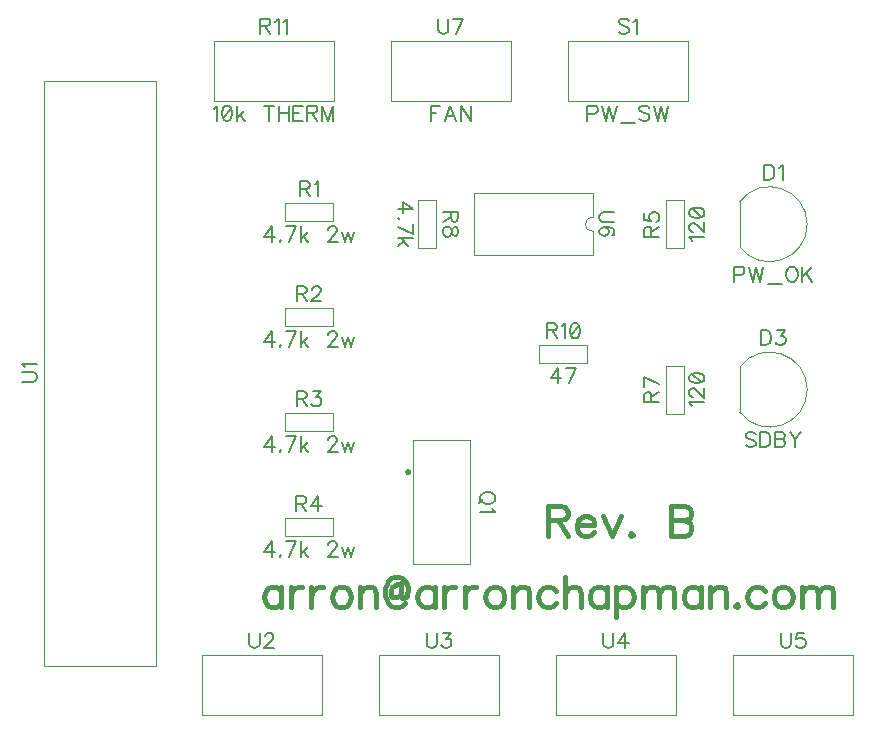
<source format=gbr>
%TF.GenerationSoftware,Novarm,DipTrace,4.0.0.5*%
%TF.CreationDate,2022-05-21T16:57:30-06:00*%
%FSLAX26Y26*%
%MOIN*%
%TF.FileFunction,Legend,Top*%
%TF.Part,Single*%
%ADD10C,0.004724*%
%ADD55C,0.00772*%
%ADD56C,0.015439*%
G75*
G01*
%LPD*%
X2852762Y2051046D2*
D10*
Y2200923D1*
X2852987Y2050747D2*
G03X2852987Y2201222I99796J75238D01*
G01*
X2852762Y1499865D2*
Y1649741D1*
X2852987Y1499566D2*
G03X2852987Y1650041I99796J75238D01*
G01*
X1955000Y1406496D2*
X1764843D1*
Y991929D1*
X1955000D1*
Y1406496D1*
G36*
X1747913Y1309055D2*
X1749198Y1308971D1*
X1750461Y1308720D1*
X1751680Y1308306D1*
X1752835Y1307736D1*
X1753905Y1307021D1*
X1754873Y1306172D1*
X1755722Y1305204D1*
X1756437Y1304134D1*
X1757007Y1302979D1*
X1757421Y1301760D1*
X1757672Y1300497D1*
X1757756Y1299213D1*
X1757672Y1297928D1*
X1757421Y1296665D1*
X1757007Y1295446D1*
X1756437Y1294291D1*
X1755722Y1293221D1*
X1754873Y1292253D1*
X1753905Y1291404D1*
X1752835Y1290689D1*
X1751680Y1290119D1*
X1750461Y1289705D1*
X1749198Y1289454D1*
X1747913Y1289370D1*
D1*
X1746629Y1289454D1*
X1745366Y1289705D1*
X1744147Y1290119D1*
X1742992Y1290689D1*
X1741922Y1291404D1*
X1740954Y1292253D1*
X1740105Y1293221D1*
X1739390Y1294291D1*
X1738820Y1295446D1*
X1738406Y1296665D1*
X1738155Y1297928D1*
X1738071Y1299213D1*
X1738155Y1300497D1*
X1738406Y1301760D1*
X1738820Y1302979D1*
X1739390Y1304134D1*
X1740105Y1305204D1*
X1740954Y1306172D1*
X1741922Y1307021D1*
X1742992Y1307736D1*
X1744147Y1308306D1*
X1745366Y1308720D1*
X1746629Y1308971D1*
X1747913Y1309055D1*
D1*
G37*
X1497472Y2135354D2*
D10*
Y2195354D1*
X1337173Y2135354D2*
X1497472D1*
X1337173D2*
Y2195354D1*
X1497472D1*
Y1785354D2*
Y1845354D1*
X1337173Y1785354D2*
X1497472D1*
X1337173D2*
Y1845354D1*
X1497472D1*
Y1435354D2*
Y1495354D1*
X1337173Y1435354D2*
X1497472D1*
X1337173D2*
Y1495354D1*
X1497472D1*
Y1085354D2*
Y1145354D1*
X1337173Y1085354D2*
X1497472D1*
X1337173D2*
Y1145354D1*
X1497472D1*
X2667795Y2206134D2*
X2607795D1*
X2667795Y2045835D2*
Y2206134D1*
Y2045835D2*
X2607795D1*
Y2206134D1*
X2667795Y1654953D2*
X2607795D1*
X2667795Y1494654D2*
Y1654953D1*
Y1494654D2*
X2607795D1*
Y1654953D1*
X1781024Y2045835D2*
X1841024D1*
X1781024Y2206134D2*
Y2045835D1*
Y2206134D2*
X1841024D1*
Y2045835D1*
X2345331Y1662680D2*
Y1722680D1*
X2185031Y1662680D2*
X2345331D1*
X2185031D2*
Y1722680D1*
X2345331D1*
X1099213Y2537795D2*
Y2737795D1*
X1499213D1*
Y2537795D1*
X1099213D1*
X2280315D2*
Y2737795D1*
X2680315D1*
Y2537795D1*
X2280315D1*
X533661Y653571D2*
Y2603621D1*
X908646Y653571D2*
Y2603621D1*
X533661Y653571D2*
X908646D1*
X533661Y2603621D2*
X908646D1*
X1059843Y490551D2*
Y690551D1*
X1459843D1*
Y490551D1*
X1059843D1*
X1650394D2*
Y690551D1*
X2050394D1*
Y490551D1*
X1650394D1*
X2240945D2*
Y690551D1*
X2640945D1*
Y490551D1*
X2240945D1*
X2831496D2*
Y690551D1*
X3231496D1*
Y490551D1*
X2831496D1*
X2362205Y2023618D2*
X1968504D1*
Y2228350D2*
Y2023618D1*
X2362205Y2228350D2*
X1968504D1*
X2362205D2*
Y2149610D1*
Y2023618D2*
Y2102358D1*
Y2149610D2*
G03X2362205Y2102358I4J-23626D01*
G01*
X1689764Y2537795D2*
Y2737795D1*
X2089764D1*
Y2537795D1*
X1689764D1*
X1324932Y916841D2*
D56*
Y849855D1*
Y902471D2*
X1315426Y912088D1*
X1305809Y916841D1*
X1291549D1*
X1281932Y912088D1*
X1272426Y902471D1*
X1267562Y888101D1*
Y878595D1*
X1272426Y864225D1*
X1281932Y854718D1*
X1291549Y849855D1*
X1305809D1*
X1315426Y854718D1*
X1324932Y864225D1*
X1355810Y916841D2*
Y849855D1*
Y888101D2*
X1360674Y902471D1*
X1370180Y912088D1*
X1379797Y916841D1*
X1394167D1*
X1425046D2*
Y849855D1*
Y888101D2*
X1429910Y902471D1*
X1439416Y912088D1*
X1449033Y916841D1*
X1463403D1*
X1518158D2*
X1508652Y912088D1*
X1499035Y902471D1*
X1494282Y888101D1*
Y878595D1*
X1499035Y864225D1*
X1508652Y854718D1*
X1518158Y849855D1*
X1532528D1*
X1542145Y854718D1*
X1551651Y864225D1*
X1556515Y878595D1*
Y888101D1*
X1551651Y902471D1*
X1542145Y912088D1*
X1532528Y916841D1*
X1518158D1*
X1587393D2*
Y849855D1*
Y897718D2*
X1601764Y912088D1*
X1611380Y916841D1*
X1625640D1*
X1635257Y912088D1*
X1640010Y897718D1*
Y849855D1*
X1723505Y926348D2*
X1709135D1*
X1699629Y921594D1*
X1694765Y916841D1*
X1690012Y907224D1*
Y888101D1*
X1694765Y883348D1*
X1704382D1*
X1723505Y888101D1*
X1728258Y878595D1*
X1733012D1*
X1742628Y888101D1*
X1747382Y911978D1*
X1742628Y926348D1*
X1737875Y935965D1*
X1728258Y945471D1*
X1718752Y950224D1*
X1699629D1*
X1690012Y945471D1*
X1680505Y935965D1*
X1675642Y926348D1*
X1670889Y911978D1*
Y888101D1*
X1675642Y873731D1*
X1680505Y864225D1*
X1690012Y854608D1*
X1699629Y849855D1*
X1718752D1*
X1728258Y854608D1*
X1737875Y864225D1*
X1723505Y931101D2*
Y888101D1*
X1835630Y916841D2*
Y849855D1*
Y902471D2*
X1826124Y912088D1*
X1816507Y916841D1*
X1802247D1*
X1792630Y912088D1*
X1783124Y902471D1*
X1778260Y888101D1*
Y878595D1*
X1783124Y864225D1*
X1792630Y854718D1*
X1802247Y849855D1*
X1816507D1*
X1826124Y854718D1*
X1835630Y864225D1*
X1866508Y916841D2*
Y849855D1*
Y888101D2*
X1871372Y902471D1*
X1880878Y912088D1*
X1890495Y916841D1*
X1904865D1*
X1935744D2*
Y849855D1*
Y888101D2*
X1940608Y902471D1*
X1950114Y912088D1*
X1959731Y916841D1*
X1974101D1*
X2028856D2*
X2019350Y912088D1*
X2009733Y902471D1*
X2004979Y888101D1*
Y878595D1*
X2009733Y864225D1*
X2019350Y854718D1*
X2028856Y849855D1*
X2043226D1*
X2052843Y854718D1*
X2062349Y864225D1*
X2067213Y878595D1*
Y888101D1*
X2062349Y902471D1*
X2052843Y912088D1*
X2043226Y916841D1*
X2028856D1*
X2098091D2*
Y849855D1*
Y897718D2*
X2112462Y912088D1*
X2122078Y916841D1*
X2136338D1*
X2145955Y912088D1*
X2150708Y897718D1*
Y849855D1*
X2239067Y902471D2*
X2229450Y912088D1*
X2219833Y916841D1*
X2205574D1*
X2195957Y912088D1*
X2186450Y902471D1*
X2181587Y888101D1*
Y878595D1*
X2186450Y864225D1*
X2195957Y854718D1*
X2205574Y849855D1*
X2219833D1*
X2229450Y854718D1*
X2239067Y864225D1*
X2269945Y950335D2*
Y849855D1*
Y897718D2*
X2284315Y912088D1*
X2293932Y916841D1*
X2308302D1*
X2317809Y912088D1*
X2322562Y897718D1*
Y849855D1*
X2410810Y916841D2*
Y849855D1*
Y902471D2*
X2401304Y912088D1*
X2391687Y916841D1*
X2377427D1*
X2367811Y912088D1*
X2358304Y902471D1*
X2353440Y888101D1*
Y878595D1*
X2358304Y864225D1*
X2367811Y854718D1*
X2377427Y849855D1*
X2391687D1*
X2401304Y854718D1*
X2410810Y864225D1*
X2441689Y916841D2*
Y816361D1*
Y902471D2*
X2451306Y911978D1*
X2460812Y916841D1*
X2475182D1*
X2484799Y911978D1*
X2494305Y902471D1*
X2499169Y888101D1*
Y878484D1*
X2494305Y864225D1*
X2484799Y854608D1*
X2475182Y849855D1*
X2460812D1*
X2451306Y854608D1*
X2441689Y864225D1*
X2530048Y916841D2*
Y849855D1*
Y897718D2*
X2544418Y912088D1*
X2554035Y916841D1*
X2568294D1*
X2577911Y912088D1*
X2582664Y897718D1*
Y849855D1*
Y897718D2*
X2597034Y912088D1*
X2606651Y916841D1*
X2620911D1*
X2630528Y912088D1*
X2635391Y897718D1*
Y849855D1*
X2723640Y916841D2*
Y849855D1*
Y902471D2*
X2714133Y912088D1*
X2704516Y916841D1*
X2690257D1*
X2680640Y912088D1*
X2671133Y902471D1*
X2666270Y888101D1*
Y878595D1*
X2671133Y864225D1*
X2680640Y854718D1*
X2690257Y849855D1*
X2704516D1*
X2714133Y854718D1*
X2723640Y864225D1*
X2754518Y916841D2*
Y849855D1*
Y897718D2*
X2768888Y912088D1*
X2778505Y916841D1*
X2792765D1*
X2802381Y912088D1*
X2807135Y897718D1*
Y849855D1*
X2842766Y859471D2*
X2838013Y854608D1*
X2842766Y849855D1*
X2847630Y854608D1*
X2842766Y859471D1*
X2935989Y902471D2*
X2926372Y912088D1*
X2916755Y916841D1*
X2902495D1*
X2892879Y912088D1*
X2883372Y902471D1*
X2878509Y888101D1*
Y878595D1*
X2883372Y864225D1*
X2892879Y854718D1*
X2902495Y849855D1*
X2916755D1*
X2926372Y854718D1*
X2935989Y864225D1*
X2990744Y916841D2*
X2981237Y912088D1*
X2971620Y902471D1*
X2966867Y888101D1*
Y878595D1*
X2971620Y864225D1*
X2981237Y854718D1*
X2990744Y849855D1*
X3005114D1*
X3014731Y854718D1*
X3024237Y864225D1*
X3029101Y878595D1*
Y888101D1*
X3024237Y902471D1*
X3014731Y912088D1*
X3005114Y916841D1*
X2990744D1*
X3059979D2*
Y849855D1*
Y897718D2*
X3074349Y912088D1*
X3083966Y916841D1*
X3098226D1*
X3107843Y912088D1*
X3112596Y897718D1*
Y849855D1*
Y897718D2*
X3126966Y912088D1*
X3136583Y916841D1*
X3150842D1*
X3160459Y912088D1*
X3165323Y897718D1*
Y849855D1*
X2212444Y1138692D2*
X2255444D1*
X2269814Y1143555D1*
X2274678Y1148309D1*
X2279431Y1157815D1*
Y1167432D1*
X2274678Y1176938D1*
X2269814Y1181802D1*
X2255444Y1186555D1*
X2212444D1*
Y1086075D1*
X2245937Y1138692D2*
X2279431Y1086075D1*
X2310309Y1124322D2*
X2367679D1*
Y1133938D1*
X2362926Y1143555D1*
X2358173Y1148309D1*
X2348556Y1153062D1*
X2334186D1*
X2324679Y1148309D1*
X2315062Y1138692D1*
X2310309Y1124322D1*
Y1114815D1*
X2315062Y1100445D1*
X2324679Y1090939D1*
X2334186Y1086075D1*
X2348556D1*
X2358173Y1090939D1*
X2367679Y1100445D1*
X2398557Y1153062D2*
X2427298Y1086075D1*
X2455927Y1153062D1*
X2491559Y1095692D2*
X2486806Y1090828D1*
X2491559Y1086075D1*
X2496423Y1090828D1*
X2491559Y1095692D1*
X2624503Y1186555D2*
Y1086075D1*
X2667613D1*
X2681983Y1090939D1*
X2686737Y1095692D1*
X2691490Y1105198D1*
Y1119568D1*
X2686737Y1129185D1*
X2681983Y1133938D1*
X2667613Y1138692D1*
X2681983Y1143555D1*
X2686737Y1148309D1*
X2691490Y1157815D1*
Y1167432D1*
X2686737Y1176938D1*
X2681983Y1181802D1*
X2667613Y1186555D1*
X2624503D1*
Y1138692D2*
X2667613D1*
X2934799Y2324186D2*
D55*
Y2273946D1*
X2951546D1*
X2958731Y2276378D1*
X2963540Y2281131D1*
X2965916Y2285940D1*
X2968293Y2293070D1*
Y2305063D1*
X2965916Y2312248D1*
X2963540Y2317001D1*
X2958731Y2321810D1*
X2951546Y2324186D1*
X2934799D1*
X2983732Y2314569D2*
X2988540Y2317001D1*
X2995726Y2324131D1*
Y2273946D1*
X2835120Y1957738D2*
X2856675D1*
X2863805Y1960115D1*
X2866237Y1962547D1*
X2868613Y1967300D1*
Y1974485D1*
X2866237Y1979238D1*
X2863805Y1981670D1*
X2856675Y1984047D1*
X2835120D1*
Y1933807D1*
X2884052Y1984047D2*
X2896046Y1933807D1*
X2907984Y1984047D1*
X2919922Y1933807D1*
X2931916Y1984047D1*
X2947355Y1925516D2*
X2992787D1*
X3022596Y1984047D2*
X3017788Y1981670D1*
X3013034Y1976862D1*
X3010603Y1972108D1*
X3008226Y1964923D1*
Y1952930D1*
X3010603Y1945800D1*
X3013034Y1940992D1*
X3017788Y1936238D1*
X3022596Y1933807D1*
X3032158D1*
X3036911Y1936238D1*
X3041719Y1940992D1*
X3044096Y1945800D1*
X3046472Y1952930D1*
Y1964923D1*
X3044096Y1972108D1*
X3041719Y1976862D1*
X3036911Y1981670D1*
X3032158Y1984047D1*
X3022596D1*
X3061912D2*
Y1933807D1*
X3095405Y1984047D2*
X3061912Y1950553D1*
X3073850Y1962547D2*
X3095405Y1933807D1*
X2924050Y1773005D2*
Y1722765D1*
X2940796D1*
X2947981Y1725197D1*
X2952790Y1729950D1*
X2955166Y1734759D1*
X2957543Y1741888D1*
Y1753882D1*
X2955166Y1761067D1*
X2952790Y1765820D1*
X2947981Y1770629D1*
X2940796Y1773005D1*
X2924050D1*
X2977791Y1772950D2*
X3004044D1*
X2989729Y1753827D1*
X2996914D1*
X3001667Y1751450D1*
X3004044Y1749074D1*
X3006475Y1741888D1*
Y1737135D1*
X3004044Y1729950D1*
X2999290Y1725142D1*
X2992105Y1722765D1*
X2984920D1*
X2977791Y1725142D1*
X2975414Y1727574D1*
X2972982Y1732327D1*
X2906234Y1425680D2*
X2901480Y1430489D1*
X2894295Y1432865D1*
X2884734D1*
X2877549Y1430489D1*
X2872740Y1425680D1*
Y1420927D1*
X2875172Y1416119D1*
X2877549Y1413742D1*
X2882302Y1411366D1*
X2896672Y1406557D1*
X2901480Y1404181D1*
X2903857Y1401749D1*
X2906234Y1396996D1*
Y1389810D1*
X2901480Y1385057D1*
X2894295Y1382625D1*
X2884734D1*
X2877549Y1385057D1*
X2872740Y1389810D1*
X2921673Y1432865D2*
Y1382625D1*
X2938420D1*
X2945605Y1385057D1*
X2950413Y1389810D1*
X2952790Y1394619D1*
X2955166Y1401749D1*
Y1413742D1*
X2952790Y1420927D1*
X2950413Y1425680D1*
X2945605Y1430489D1*
X2938420Y1432865D1*
X2921673D1*
X2970606D2*
Y1382625D1*
X2992161D1*
X2999346Y1385057D1*
X3001722Y1387434D1*
X3004099Y1392187D1*
Y1399372D1*
X3001722Y1404181D1*
X2999346Y1406557D1*
X2992161Y1408934D1*
X2999346Y1411366D1*
X3001722Y1413742D1*
X3004099Y1418495D1*
Y1423304D1*
X3001722Y1428057D1*
X2999346Y1430489D1*
X2992161Y1432865D1*
X2970606D1*
Y1408934D2*
X2992161D1*
X3019538Y1432865D2*
X3038661Y1408934D1*
Y1382625D1*
X3057785Y1432865D2*
X3038661Y1408934D1*
X2038262Y1217710D2*
X2035941Y1222463D1*
X2031133Y1227271D1*
X2026324Y1229648D1*
X2019139Y1232080D1*
X2007201D1*
X2000016Y1229648D1*
X1995263Y1227271D1*
X1990454Y1222463D1*
X1988078Y1217710D1*
Y1208148D1*
X1990454Y1203340D1*
X1995263Y1198587D1*
X2000016Y1196210D1*
X2007201Y1193778D1*
X2019139D1*
X2026324Y1196210D1*
X2031133Y1198587D1*
X2035941Y1203340D1*
X2038262Y1208148D1*
Y1217710D1*
X1997639Y1210525D2*
X1983269Y1196210D1*
X2028646Y1178339D2*
X2031077Y1173530D1*
X2038207Y1166345D1*
X1988022D1*
X1386860Y2244646D2*
X1408360D1*
X1415545Y2247078D1*
X1417977Y2249454D1*
X1420353Y2254207D1*
Y2259016D1*
X1417977Y2263769D1*
X1415545Y2266201D1*
X1408360Y2268577D1*
X1386860D1*
Y2218337D1*
X1403606Y2244646D2*
X1420353Y2218337D1*
X1435792Y2258961D2*
X1440601Y2261392D1*
X1447786Y2268522D1*
Y2218337D1*
X1292246Y2068156D2*
Y2118340D1*
X1268314Y2084902D1*
X1304184D1*
X1322000Y2072964D2*
X1319623Y2070532D1*
X1322000Y2068156D1*
X1324432Y2070532D1*
X1322000Y2072964D1*
X1349433Y2068156D2*
X1373365Y2118340D1*
X1339871D1*
X1388804Y2118396D2*
Y2068156D1*
X1412735Y2101649D2*
X1388804Y2077717D1*
X1398365Y2087279D2*
X1415112Y2068156D1*
X1481584Y2106402D2*
Y2108779D1*
X1483961Y2113587D1*
X1486337Y2115964D1*
X1491146Y2118340D1*
X1500707D1*
X1505461Y2115964D1*
X1507837Y2113587D1*
X1510269Y2108779D1*
Y2104026D1*
X1507837Y2099217D1*
X1503084Y2092087D1*
X1479152Y2068156D1*
X1512646D1*
X1528085Y2101649D2*
X1537646Y2068156D1*
X1547208Y2101649D1*
X1556770Y2068156D1*
X1566331Y2101649D1*
X1376110Y1894646D2*
X1397610D1*
X1404795Y1897078D1*
X1407227Y1899454D1*
X1409603Y1904207D1*
Y1909016D1*
X1407227Y1913769D1*
X1404795Y1916201D1*
X1397610Y1918577D1*
X1376110D1*
Y1868337D1*
X1392857Y1894646D2*
X1409603Y1868337D1*
X1427474Y1906584D2*
Y1908961D1*
X1429851Y1913769D1*
X1432227Y1916146D1*
X1437036Y1918522D1*
X1446598D1*
X1451351Y1916146D1*
X1453727Y1913769D1*
X1456159Y1908961D1*
Y1904207D1*
X1453727Y1899399D1*
X1448974Y1892269D1*
X1425042Y1868337D1*
X1458536D1*
X1292246Y1718156D2*
Y1768340D1*
X1268314Y1734902D1*
X1304184D1*
X1322000Y1722964D2*
X1319623Y1720532D1*
X1322000Y1718156D1*
X1324432Y1720532D1*
X1322000Y1722964D1*
X1349433Y1718156D2*
X1373365Y1768340D1*
X1339871D1*
X1388804Y1768396D2*
Y1718156D1*
X1412735Y1751649D2*
X1388804Y1727717D1*
X1398365Y1737279D2*
X1415112Y1718156D1*
X1481584Y1756402D2*
Y1758779D1*
X1483961Y1763587D1*
X1486337Y1765964D1*
X1491146Y1768340D1*
X1500707D1*
X1505461Y1765964D1*
X1507837Y1763587D1*
X1510269Y1758779D1*
Y1754026D1*
X1507837Y1749217D1*
X1503084Y1742087D1*
X1479152Y1718156D1*
X1512646D1*
X1528085Y1751649D2*
X1537646Y1718156D1*
X1547208Y1751649D1*
X1556770Y1718156D1*
X1566331Y1751649D1*
X1376110Y1544646D2*
X1397610D1*
X1404795Y1547078D1*
X1407227Y1549454D1*
X1409603Y1554207D1*
Y1559016D1*
X1407227Y1563769D1*
X1404795Y1566201D1*
X1397610Y1568577D1*
X1376110D1*
Y1518337D1*
X1392857Y1544646D2*
X1409603Y1518337D1*
X1429851Y1568522D2*
X1456104D1*
X1441789Y1549399D1*
X1448974D1*
X1453727Y1547022D1*
X1456104Y1544646D1*
X1458536Y1537461D1*
Y1532707D1*
X1456104Y1525522D1*
X1451351Y1520714D1*
X1444166Y1518337D1*
X1436981D1*
X1429851Y1520714D1*
X1427474Y1523146D1*
X1425042Y1527899D1*
X1292246Y1368156D2*
Y1418340D1*
X1268314Y1384902D1*
X1304184D1*
X1322000Y1372964D2*
X1319623Y1370532D1*
X1322000Y1368156D1*
X1324432Y1370532D1*
X1322000Y1372964D1*
X1349433Y1368156D2*
X1373365Y1418340D1*
X1339871D1*
X1388804Y1418396D2*
Y1368156D1*
X1412735Y1401649D2*
X1388804Y1377717D1*
X1398365Y1387279D2*
X1415112Y1368156D1*
X1481584Y1406402D2*
Y1408779D1*
X1483961Y1413587D1*
X1486337Y1415964D1*
X1491146Y1418340D1*
X1500707D1*
X1505461Y1415964D1*
X1507837Y1413587D1*
X1510269Y1408779D1*
Y1404026D1*
X1507837Y1399217D1*
X1503084Y1392087D1*
X1479152Y1368156D1*
X1512646D1*
X1528085Y1401649D2*
X1537646Y1368156D1*
X1547208Y1401649D1*
X1556770Y1368156D1*
X1566331Y1401649D1*
X1374922Y1194646D2*
X1396421D1*
X1403606Y1197078D1*
X1406038Y1199454D1*
X1408415Y1204207D1*
Y1209016D1*
X1406038Y1213769D1*
X1403606Y1216201D1*
X1396421Y1218577D1*
X1374922D1*
Y1168337D1*
X1391668Y1194646D2*
X1408415Y1168337D1*
X1447786D2*
Y1218522D1*
X1423854Y1185084D1*
X1459724D1*
X1292246Y1018156D2*
Y1068340D1*
X1268314Y1034902D1*
X1304184D1*
X1322000Y1022964D2*
X1319623Y1020532D1*
X1322000Y1018156D1*
X1324432Y1020532D1*
X1322000Y1022964D1*
X1349433Y1018156D2*
X1373365Y1068340D1*
X1339871D1*
X1388804Y1068396D2*
Y1018156D1*
X1412735Y1051649D2*
X1388804Y1027717D1*
X1398365Y1037279D2*
X1415112Y1018156D1*
X1481584Y1056402D2*
Y1058779D1*
X1483961Y1063587D1*
X1486337Y1065964D1*
X1491146Y1068340D1*
X1500707D1*
X1505461Y1065964D1*
X1507837Y1063587D1*
X1510269Y1058779D1*
Y1054026D1*
X1507837Y1049217D1*
X1503084Y1042087D1*
X1479152Y1018156D1*
X1512646D1*
X1528085Y1051649D2*
X1537646Y1018156D1*
X1547208Y1051649D1*
X1556770Y1018156D1*
X1566331Y1051649D1*
X2558504Y2084771D2*
Y2106271D1*
X2556072Y2113456D1*
X2553695Y2115888D1*
X2548942Y2118265D1*
X2544134D1*
X2539381Y2115888D1*
X2536949Y2113456D1*
X2534572Y2106271D1*
Y2084771D1*
X2584812D1*
X2558504Y2101518D2*
X2584812Y2118265D1*
X2534627Y2162389D2*
Y2138512D1*
X2556127Y2136136D1*
X2553751Y2138512D1*
X2551319Y2145697D1*
Y2152827D1*
X2553751Y2160012D1*
X2558504Y2164821D1*
X2565689Y2167197D1*
X2570442D1*
X2577627Y2164821D1*
X2582436Y2160012D1*
X2584812Y2152827D1*
Y2145697D1*
X2582436Y2138512D1*
X2580004Y2136136D1*
X2575251Y2133704D1*
X2694371Y2071055D2*
X2691939Y2075863D1*
X2684809Y2083048D1*
X2734994D1*
X2696747Y2100920D2*
X2694371D1*
X2689562Y2103296D1*
X2687186Y2105673D1*
X2684809Y2110481D1*
Y2120043D1*
X2687186Y2124796D1*
X2689562Y2127173D1*
X2694371Y2129604D1*
X2699124D1*
X2703932Y2127173D1*
X2711062Y2122419D1*
X2734994Y2098488D1*
Y2131981D1*
X2684809Y2161790D2*
X2687186Y2154605D1*
X2694371Y2149797D1*
X2706309Y2147420D1*
X2713494D1*
X2725432Y2149797D1*
X2732617Y2154605D1*
X2734994Y2161790D1*
Y2166544D1*
X2732617Y2173729D1*
X2725432Y2178482D1*
X2713494Y2180914D1*
X2706309D1*
X2694371Y2178482D1*
X2687186Y2173729D1*
X2684809Y2166544D1*
Y2161790D1*
X2694371Y2178482D2*
X2725432Y2149797D1*
X2558504Y1533590D2*
Y1555090D1*
X2556072Y1562275D1*
X2553695Y1564707D1*
X2548942Y1567084D1*
X2544134D1*
X2539381Y1564707D1*
X2536949Y1562275D1*
X2534572Y1555090D1*
Y1533590D1*
X2584812D1*
X2558504Y1550337D2*
X2584812Y1567084D1*
Y1592084D2*
X2534627Y1616016D1*
Y1582523D1*
X2694371Y1519874D2*
X2691939Y1524682D1*
X2684809Y1531867D1*
X2734994D1*
X2696747Y1549738D2*
X2694371D1*
X2689562Y1552115D1*
X2687186Y1554492D1*
X2684809Y1559300D1*
Y1568862D1*
X2687186Y1573615D1*
X2689562Y1575991D1*
X2694371Y1578423D1*
X2699124D1*
X2703932Y1575991D1*
X2711062Y1571238D1*
X2734994Y1547307D1*
Y1580800D1*
X2684809Y1610609D2*
X2687186Y1603424D1*
X2694371Y1598616D1*
X2706309Y1596239D1*
X2713494D1*
X2725432Y1598616D1*
X2732617Y1603424D1*
X2734994Y1610609D1*
Y1615362D1*
X2732617Y1622547D1*
X2725432Y1627301D1*
X2713494Y1629732D1*
X2706309D1*
X2694371Y1627301D1*
X2687186Y1622547D1*
X2684809Y1615362D1*
Y1610609D1*
X2694371Y1627301D2*
X2725432Y1598616D1*
X1890315Y2167170D2*
Y2145670D1*
X1892747Y2138485D1*
X1895123Y2136053D1*
X1899877Y2133676D1*
X1904685D1*
X1909438Y2136053D1*
X1911870Y2138485D1*
X1914247Y2145670D1*
Y2167170D1*
X1864007D1*
X1890315Y2150423D2*
X1864007Y2133676D1*
X1914191Y2106299D2*
X1911815Y2113429D1*
X1907062Y2115860D1*
X1902253D1*
X1897500Y2113429D1*
X1895068Y2108675D1*
X1892692Y2099114D1*
X1890315Y2091929D1*
X1885507Y2087176D1*
X1880753Y2084799D1*
X1873568D1*
X1868815Y2087176D1*
X1866383Y2089552D1*
X1864007Y2096737D1*
Y2106299D1*
X1866383Y2113429D1*
X1868815Y2115860D1*
X1873568Y2118237D1*
X1880753D1*
X1885507Y2115860D1*
X1890315Y2111052D1*
X1892692Y2103922D1*
X1895068Y2094361D1*
X1897500Y2089552D1*
X1902253Y2087176D1*
X1907062D1*
X1911815Y2089552D1*
X1914191Y2096737D1*
Y2106299D1*
X1713825Y2175451D2*
X1764010D1*
X1730572Y2199383D1*
Y2163513D1*
X1718633Y2145697D2*
X1716202Y2148074D1*
X1713825Y2145697D1*
X1716202Y2143266D1*
X1718633Y2145697D1*
X1713825Y2118265D2*
X1764010Y2094333D1*
Y2127826D1*
X1764065Y2078894D2*
X1713825D1*
X1747318Y2054962D2*
X1723387Y2078894D1*
X1732948Y2069332D2*
X1713825Y2052585D1*
X2210252Y1771971D2*
X2231752D1*
X2238937Y1774403D1*
X2241369Y1776780D1*
X2243745Y1781533D1*
Y1786341D1*
X2241369Y1791094D1*
X2238937Y1793526D1*
X2231752Y1795903D1*
X2210252D1*
Y1745663D1*
X2226998Y1771971D2*
X2243745Y1745663D1*
X2259184Y1786286D2*
X2263993Y1788718D1*
X2271178Y1795848D1*
Y1745663D1*
X2300987Y1795848D2*
X2293802Y1793471D1*
X2288994Y1786286D1*
X2286617Y1774348D1*
Y1767163D1*
X2288994Y1755224D1*
X2293802Y1748039D1*
X2300987Y1745663D1*
X2305740D1*
X2312925Y1748039D1*
X2317679Y1755224D1*
X2320110Y1767163D1*
Y1774348D1*
X2317679Y1786286D1*
X2312925Y1793471D1*
X2305740Y1795848D1*
X2300987D1*
X2317679Y1786286D2*
X2288994Y1755224D1*
X2246712Y1595481D2*
Y1645666D1*
X2222780Y1612228D1*
X2258650D1*
X2283651Y1595481D2*
X2307582Y1645666D1*
X2274089D1*
X1255033Y2787087D2*
X1276533D1*
X1283718Y2789519D1*
X1286150Y2791895D1*
X1288527Y2796648D1*
Y2801457D1*
X1286150Y2806210D1*
X1283718Y2808642D1*
X1276533Y2811018D1*
X1255033D1*
Y2760778D1*
X1271780Y2787087D2*
X1288527Y2760778D1*
X1303966Y2801401D2*
X1308774Y2803833D1*
X1315959Y2810963D1*
Y2760778D1*
X1331399Y2801401D2*
X1336207Y2803833D1*
X1343392Y2810963D1*
Y2760778D1*
X1100083Y2511220D2*
X1104892Y2513652D1*
X1112077Y2520781D1*
Y2470597D1*
X1141886Y2520781D2*
X1134701Y2518405D1*
X1129893Y2511220D1*
X1127516Y2499281D1*
Y2492096D1*
X1129893Y2480158D1*
X1134701Y2472973D1*
X1141886Y2470597D1*
X1146639D1*
X1153824Y2472973D1*
X1158577Y2480158D1*
X1161009Y2492096D1*
Y2499281D1*
X1158577Y2511220D1*
X1153824Y2518405D1*
X1146639Y2520781D1*
X1141886D1*
X1158577Y2511220D2*
X1129893Y2480158D1*
X1176449Y2520837D2*
Y2470597D1*
X1200380Y2504090D2*
X1176449Y2480158D1*
X1186010Y2489720D2*
X1202757Y2470597D1*
X1283544Y2520837D2*
Y2470597D1*
X1266797Y2520837D2*
X1300290D1*
X1315730D2*
Y2470597D1*
X1349223Y2520837D2*
Y2470597D1*
X1315730Y2496905D2*
X1349223D1*
X1395724Y2520837D2*
X1364662D1*
Y2470597D1*
X1395724D1*
X1364662Y2496905D2*
X1383785D1*
X1411163D2*
X1432663D1*
X1439848Y2499337D1*
X1442280Y2501713D1*
X1444656Y2506467D1*
Y2511275D1*
X1442280Y2516028D1*
X1439848Y2518460D1*
X1432663Y2520837D1*
X1411163D1*
Y2470597D1*
X1427910Y2496905D2*
X1444656Y2470597D1*
X1498342D2*
Y2520837D1*
X1479219Y2470597D1*
X1460095Y2520837D1*
Y2470597D1*
X2483345Y2803833D2*
X2478592Y2808642D1*
X2471407Y2811018D1*
X2461845D1*
X2454660Y2808642D1*
X2449852Y2803833D1*
Y2799080D1*
X2452284Y2794272D1*
X2454660Y2791895D1*
X2459414Y2789519D1*
X2473784Y2784710D1*
X2478592Y2782333D1*
X2480969Y2779902D1*
X2483345Y2775148D1*
Y2767963D1*
X2478592Y2763210D1*
X2471407Y2760778D1*
X2461845D1*
X2454660Y2763210D1*
X2449852Y2767963D1*
X2498785Y2801401D2*
X2503593Y2803833D1*
X2510778Y2810963D1*
Y2760778D1*
X2345364Y2494528D2*
X2366919D1*
X2374049Y2496905D1*
X2376481Y2499337D1*
X2378857Y2504090D1*
Y2511275D1*
X2376481Y2516028D1*
X2374049Y2518460D1*
X2366919Y2520837D1*
X2345364D1*
Y2470597D1*
X2394297Y2520837D2*
X2406290Y2470597D1*
X2418228Y2520837D1*
X2430166Y2470597D1*
X2442160Y2520837D1*
X2457599Y2462306D2*
X2503031D1*
X2551963Y2513652D2*
X2547210Y2518460D1*
X2540025Y2520837D1*
X2530463D1*
X2523278Y2518460D1*
X2518470Y2513652D1*
Y2508898D1*
X2520902Y2504090D1*
X2523278Y2501713D1*
X2528032Y2499337D1*
X2542402Y2494528D1*
X2547210Y2492152D1*
X2549587Y2489720D1*
X2551963Y2484967D1*
Y2477782D1*
X2547210Y2473028D1*
X2540025Y2470597D1*
X2530463D1*
X2523278Y2473028D1*
X2518470Y2477782D1*
X2567403Y2520837D2*
X2579396Y2470597D1*
X2591334Y2520837D1*
X2603272Y2470597D1*
X2615266Y2520837D1*
X460438Y1599684D2*
X496308D1*
X503493Y1602061D1*
X508246Y1606869D1*
X510678Y1614054D1*
Y1618807D1*
X508246Y1625992D1*
X503493Y1630801D1*
X496308Y1633177D1*
X460438D1*
X470055Y1648617D2*
X467623Y1653425D1*
X460494Y1660610D1*
X510678D1*
X1218630Y763774D2*
Y727904D1*
X1221006Y720719D1*
X1225815Y715966D1*
X1233000Y713534D1*
X1237753D1*
X1244938Y715966D1*
X1249746Y720719D1*
X1252123Y727904D1*
Y763774D1*
X1269994Y751781D2*
Y754157D1*
X1272371Y758966D1*
X1274747Y761342D1*
X1279556Y763719D1*
X1289117D1*
X1293870Y761342D1*
X1296247Y758966D1*
X1298679Y754157D1*
Y749404D1*
X1296247Y744596D1*
X1291494Y737466D1*
X1267562Y713534D1*
X1301055D1*
X1809181Y763774D2*
Y727904D1*
X1811557Y720719D1*
X1816366Y715966D1*
X1823551Y713534D1*
X1828304D1*
X1835489Y715966D1*
X1840297Y720719D1*
X1842674Y727904D1*
Y763774D1*
X1862922Y763719D2*
X1889175D1*
X1874860Y744596D1*
X1882045D1*
X1886798Y742219D1*
X1889175Y739843D1*
X1891607Y732658D1*
Y727904D1*
X1889175Y720719D1*
X1884422Y715911D1*
X1877237Y713534D1*
X1870052D1*
X1862922Y715911D1*
X1860545Y718343D1*
X1858113Y723096D1*
X2398544Y763774D2*
Y727904D1*
X2400920Y720719D1*
X2405729Y715966D1*
X2412914Y713534D1*
X2417667D1*
X2424852Y715966D1*
X2429660Y720719D1*
X2432037Y727904D1*
Y763774D1*
X2471408Y713534D2*
Y763719D1*
X2447476Y730281D1*
X2483346D1*
X2990283Y763774D2*
Y727904D1*
X2992660Y720719D1*
X2997468Y715966D1*
X3004653Y713534D1*
X3009406D1*
X3016591Y715966D1*
X3021400Y720719D1*
X3023776Y727904D1*
Y763774D1*
X3067901Y763719D2*
X3044024D1*
X3041648Y742219D1*
X3044024Y744596D1*
X3051209Y747028D1*
X3058339D1*
X3065524Y744596D1*
X3070332Y739843D1*
X3072709Y732658D1*
Y727904D1*
X3070332Y720719D1*
X3065524Y715911D1*
X3058339Y713534D1*
X3051209D1*
X3044024Y715911D1*
X3041648Y718343D1*
X3039216Y723096D1*
X2435428Y2165981D2*
X2399558D1*
X2392373Y2163605D1*
X2387620Y2158796D1*
X2385188Y2151611D1*
Y2146858D1*
X2387620Y2139673D1*
X2392373Y2134865D1*
X2399558Y2132488D1*
X2435428D1*
X2428243Y2088364D2*
X2432996Y2090740D1*
X2435373Y2097925D1*
Y2102679D1*
X2432996Y2109864D1*
X2425811Y2114672D1*
X2413873Y2117049D1*
X2401934D1*
X2392373Y2114672D1*
X2387564Y2109864D1*
X2385188Y2102679D1*
Y2100302D1*
X2387564Y2093172D1*
X2392373Y2088364D1*
X2399558Y2085987D1*
X2401934D1*
X2409120Y2088364D1*
X2413873Y2093172D1*
X2416249Y2100302D1*
Y2102679D1*
X2413873Y2109864D1*
X2409120Y2114672D1*
X2401934Y2117049D1*
X1848551Y2811018D2*
Y2775148D1*
X1850927Y2767963D1*
X1855736Y2763210D1*
X1862921Y2760778D1*
X1867674D1*
X1874859Y2763210D1*
X1879668Y2767963D1*
X1882044Y2775148D1*
Y2811018D1*
X1907045Y2760778D2*
X1930977Y2810963D1*
X1897483D1*
X1853985Y2520837D2*
X1822869D1*
Y2470597D1*
Y2496905D2*
X1841992D1*
X1907726Y2470597D2*
X1888548Y2520837D1*
X1869425Y2470597D1*
X1876610Y2487343D2*
X1900541D1*
X1956659Y2520837D2*
Y2470597D1*
X1923166Y2520837D1*
Y2470597D1*
M02*

</source>
